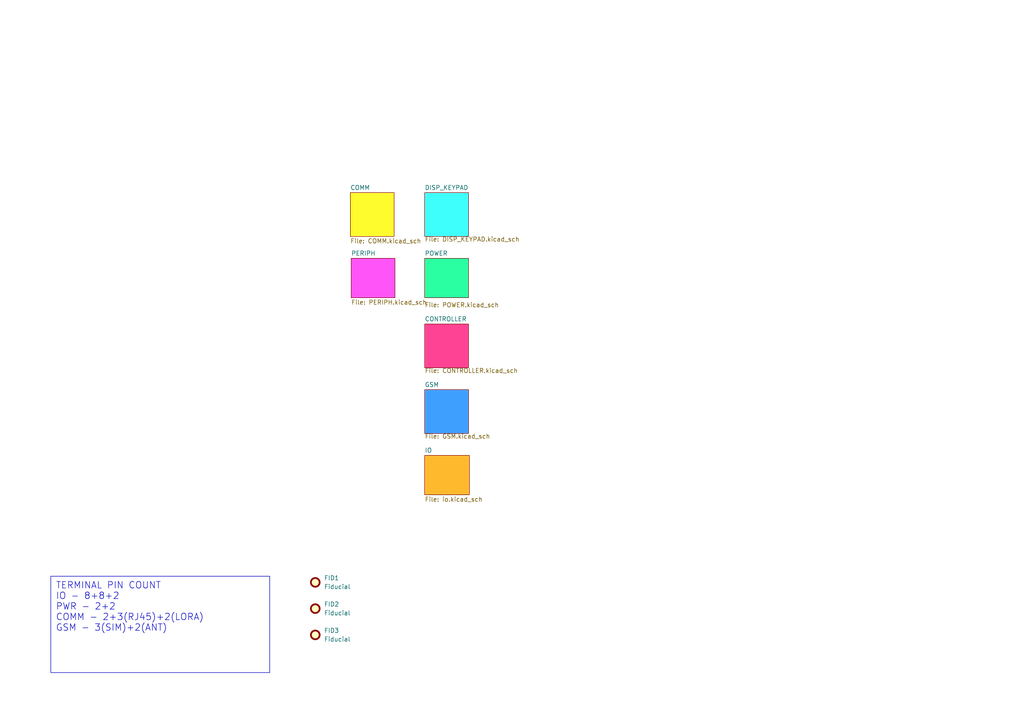
<source format=kicad_sch>
(kicad_sch (version 20231120) (generator "eeschema") (generator_version "8.0")
  (paper "A4")
  (title_block (title "SRP CENTRAL - DIN RAIL ") (date "2025-03-26") (rev "V2_R0") (company "DAPL"))
  (lib_symbols
    (symbol "Mechanical:Fiducial"
      (property "Reference" "FID" (at 0 5.08 0))
      (property "Value" "Fiducial" (at 0 3.175 0))
      (symbol "Fiducial_0_1"
        (circle (center 0 0) (radius 1.27) (stroke (width 0.508)) (fill (type background)))
      )
    )
  )
  (text_box "TERMINAL PIN COUNT\nIO - 8+8+2\nPWR - 2+2\nCOMM - 2+3(RJ45)+2(LORA)\nGSM - 3(SIM)+2(ANT)" (at 14.732 167.132 0) (size 63.5 27.94) (effects (font (size 1.905 1.905)) (justify left top)))
  (symbol (lib_id "Mechanical:Fiducial") (at 91.44 184.15 0) (unit 1)
    (property "Reference" "FID3" (at 93.98 182.8799 0) (effects (justify left)))
    (property "Value" "Fiducial" (at 93.98 185.4199 0) (effects (justify left)))
    (property "Footprint" "Fiducial:Fiducial_1mm_Mask2mm" (effects (hide yes)))
    (property "Description" "Fiducial Marker" (effects (hide yes)))
  )
  (symbol (lib_id "Mechanical:Fiducial") (at 91.44 168.91 0) (unit 1)
    (property "Reference" "FID1" (at 93.98 167.6399 0) (effects (justify left)))
    (property "Value" "Fiducial" (at 93.98 170.1799 0) (effects (justify left)))
    (property "Footprint" "Fiducial:Fiducial_1mm_Mask2mm" (effects (hide yes)))
    (property "Description" "Fiducial Marker" (effects (hide yes)))
  )
  (symbol (lib_id "Mechanical:Fiducial") (at 91.44 176.53 0) (unit 1)
    (property "Reference" "FID2" (at 93.98 175.2599 0) (effects (justify left)))
    (property "Value" "Fiducial" (at 93.98 177.7999 0) (effects (justify left)))
    (property "Footprint" "Fiducial:Fiducial_1mm_Mask2mm" (effects (hide yes)))
    (property "Description" "Fiducial Marker" (effects (hide yes)))
  )
  (sheet (at 123.19 74.93) (size 12.7 11.43) (stroke (width 0.1524)) (fill (color 42 255 162 1.0000))
    (property "Sheetname" "POWER" (at 123.19 74.2184 0) (effects (justify left bottom)))
    (property "Sheetfile" "POWER.kicad_sch" (at 123.19 87.7066 0) (effects (justify left top)))
  )
  (sheet (at 123.19 113.03) (size 12.7 12.7) (stroke (width 0.1524)) (fill (color 62 159 255 1.0000))
    (property "Sheetname" "GSM" (at 123.19 112.3184 0) (effects (justify left bottom)))
    (property "Sheetfile" "GSM.kicad_sch" (at 123.19 125.8066 0) (effects (justify left top)))
  )
  (sheet (at 123.19 93.98) (size 12.7 12.7) (stroke (width 0.1524)) (fill (color 255 67 148 1.0000))
    (property "Sheetname" "CONTROLLER" (at 123.19 93.2684 0) (effects (justify left bottom)))
    (property "Sheetfile" "CONTROLLER.kicad_sch" (at 123.19 106.7566 0) (effects (justify left top)))
  )
  (sheet (at 101.854 74.93) (size 12.7 11.43) (stroke (width 0.1524)) (fill (color 255 85 248 1.0000))
    (property "Sheetname" "PERIPH" (at 101.854 74.2184 0) (effects (justify left bottom)))
    (property "Sheetfile" "PERIPH.kicad_sch" (at 101.854 86.9446 0) (effects (justify left top)))
  )
  (sheet (at 101.6 55.88) (size 12.7 12.7) (stroke (width 0.1524)) (fill (color 255 252 46 1.0000))
    (property "Sheetname" "COMM" (at 101.6 55.1684 0) (effects (justify left bottom)))
    (property "Sheetfile" "COMM.kicad_sch" (at 101.6 69.1646 0) (effects (justify left top)))
  )
  (sheet (at 123.19 55.88) (size 12.7 12.7) (stroke (width 0.1524)) (fill (color 62 255 251 1.0000))
    (property "Sheetname" "DISP_KEYPAD" (at 123.19 55.1684 0) (effects (justify left bottom)))
    (property "Sheetfile" "DISP_KEYPAD.kicad_sch" (at 123.19 68.6566 0) (effects (justify left top)))
  )
  (sheet (at 123.19 132.08) (size 12.954 11.43) (stroke (width 0.1524)) (fill (color 255 185 44 1.0000))
    (property "Sheetname" "IO" (at 123.19 131.3684 0) (effects (justify left bottom)))
    (property "Sheetfile" "io.kicad_sch" (at 123.19 144.0946 0) (effects (justify left top)))
  )
)
</source>
